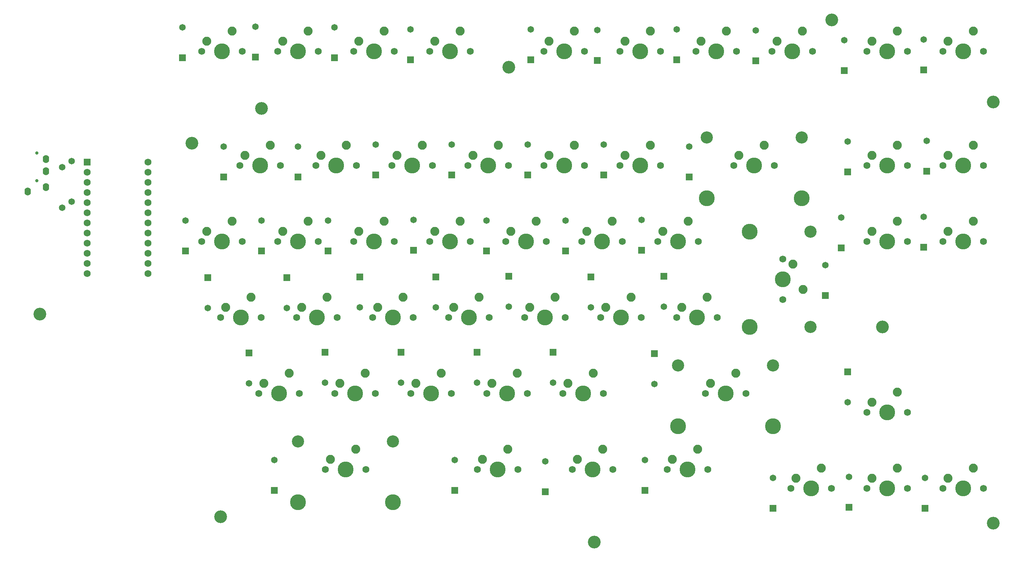
<source format=gbr>
%TF.GenerationSoftware,KiCad,Pcbnew,(5.1.9)-1*%
%TF.CreationDate,2021-04-06T00:29:57+03:00*%
%TF.ProjectId,SplitHside2,53706c69-7448-4736-9964-65322e6b6963,rev?*%
%TF.SameCoordinates,Original*%
%TF.FileFunction,Soldermask,Bot*%
%TF.FilePolarity,Negative*%
%FSLAX46Y46*%
G04 Gerber Fmt 4.6, Leading zero omitted, Abs format (unit mm)*
G04 Created by KiCad (PCBNEW (5.1.9)-1) date 2021-04-06 00:29:57*
%MOMM*%
%LPD*%
G01*
G04 APERTURE LIST*
%ADD10C,2.250000*%
%ADD11C,3.987800*%
%ADD12C,1.750000*%
%ADD13C,1.651000*%
%ADD14C,3.048000*%
%ADD15R,1.651000X1.651000*%
%ADD16C,3.200000*%
%ADD17C,1.752600*%
%ADD18R,1.752600X1.752600*%
%ADD19O,1.600000X2.000000*%
%ADD20C,0.800000*%
G04 APERTURE END LIST*
D10*
%TO.C,SW57*%
X244231800Y-137792000D03*
D11*
X241691800Y-142872000D03*
D10*
X237881800Y-140332000D03*
D12*
X236611800Y-142872000D03*
X246771800Y-142872000D03*
%TD*%
D10*
%TO.C,SW46*%
X244231800Y-28257500D03*
D11*
X241691800Y-33337500D03*
D10*
X237881800Y-30797500D03*
D12*
X236611800Y-33337500D03*
X246771800Y-33337500D03*
%TD*%
D10*
%TO.C,SW35*%
X225187810Y-118745520D03*
D11*
X222647810Y-123825520D03*
D10*
X218837810Y-121285520D03*
D12*
X217567810Y-123825520D03*
X227727810Y-123825520D03*
%TD*%
D13*
%TO.C,R2*%
X18256250Y-70961250D03*
X18256250Y-60801250D03*
%TD*%
%TO.C,R1*%
X15875000Y-72548750D03*
X15875000Y-62388750D03*
%TD*%
D10*
%TO.C,SW14*%
X101362290Y-94932920D03*
D11*
X98822290Y-100012920D03*
D10*
X95012290Y-97472920D03*
D12*
X93742290Y-100012920D03*
X103902290Y-100012920D03*
%TD*%
D10*
%TO.C,SW13*%
X96599770Y-75882840D03*
D11*
X94059770Y-80962840D03*
D10*
X90249770Y-78422840D03*
D12*
X88979770Y-80962840D03*
X99139770Y-80962840D03*
%TD*%
D10*
%TO.C,SW54*%
X175181350Y-133033080D03*
D11*
X172641350Y-138113080D03*
D10*
X168831350Y-135573080D03*
D12*
X167561350Y-138113080D03*
X177721350Y-138113080D03*
%TD*%
%TO.C,SW55*%
X208677730Y-142875600D03*
X198517730Y-142875600D03*
D10*
X199787730Y-140335600D03*
D11*
X203597730Y-142875600D03*
D10*
X206137730Y-137795600D03*
%TD*%
%TO.C,SW56*%
X225187810Y-137795600D03*
D11*
X222647810Y-142875600D03*
D10*
X218837810Y-140335600D03*
D12*
X217567810Y-142875600D03*
X227727810Y-142875600D03*
%TD*%
D10*
%TO.C,SW51*%
X89455990Y-133033080D03*
D11*
X86915990Y-138113080D03*
D10*
X83105990Y-135573080D03*
D12*
X81835990Y-138113080D03*
X91995990Y-138113080D03*
D14*
X75009740Y-131128080D03*
X98822240Y-131128080D03*
D11*
X75009740Y-146368080D03*
X98822240Y-146368080D03*
%TD*%
D15*
%TO.C,D51*%
X69056540Y-143351820D03*
D13*
X69056540Y-135731820D03*
%TD*%
D16*
%TO.C,REF\u002A\u002A*%
X249237500Y-151606250D03*
%TD*%
%TO.C,REF\u002A\u002A*%
X149225000Y-156368750D03*
%TD*%
%TO.C,REF\u002A\u002A*%
X55562500Y-150018750D03*
%TD*%
%TO.C,REF\u002A\u002A*%
X10318750Y-99218750D03*
%TD*%
%TO.C,REF\u002A\u002A*%
X48418750Y-56356250D03*
%TD*%
%TO.C,REF\u002A\u002A*%
X65881250Y-47625000D03*
%TD*%
%TO.C,REF\u002A\u002A*%
X208756250Y-25400000D03*
%TD*%
%TO.C,REF\u002A\u002A*%
X127793750Y-37306250D03*
%TD*%
%TO.C,REF\u002A\u002A*%
X249237500Y-46037500D03*
%TD*%
%TO.C,REF\u002A\u002A*%
X221456250Y-102393750D03*
%TD*%
D17*
%TO.C,J1*%
X37385750Y-61039690D03*
X22145750Y-88979690D03*
X37385750Y-63579690D03*
X37385750Y-66119690D03*
X37385750Y-68659690D03*
X37385750Y-71199690D03*
X37385750Y-73739690D03*
X37385750Y-76279690D03*
X37385750Y-78819690D03*
X37385750Y-81359690D03*
X37385750Y-83899690D03*
X37385750Y-86439690D03*
X37385750Y-88979690D03*
X22145750Y-86439690D03*
X22145750Y-83899690D03*
X22145750Y-81359690D03*
X22145750Y-78819690D03*
X22145750Y-76279690D03*
X22145750Y-73739690D03*
X22145750Y-71199690D03*
X22145750Y-68659690D03*
X22145750Y-66119690D03*
X22145750Y-63579690D03*
D18*
X22145750Y-61039690D03*
%TD*%
D10*
%TO.C,SW8*%
X77549690Y-75882840D03*
D11*
X75009690Y-80962840D03*
D10*
X71199690Y-78422840D03*
D12*
X69929690Y-80962840D03*
X80089690Y-80962840D03*
%TD*%
D10*
%TO.C,SW10*%
X91837250Y-113983000D03*
D11*
X89297250Y-119063000D03*
D10*
X85487250Y-116523000D03*
D12*
X84217250Y-119063000D03*
X94377250Y-119063000D03*
%TD*%
D10*
%TO.C,SW3*%
X58499610Y-75882840D03*
D11*
X55959610Y-80962840D03*
D10*
X52149610Y-78422840D03*
D12*
X50879610Y-80962840D03*
X61039610Y-80962840D03*
%TD*%
D10*
%TO.C,SW4*%
X63262130Y-94932920D03*
D11*
X60722130Y-100012920D03*
D10*
X56912130Y-97472920D03*
D12*
X55642130Y-100012920D03*
X65802130Y-100012920D03*
%TD*%
D10*
%TO.C,SW53*%
X151368750Y-133033080D03*
D11*
X148828750Y-138113080D03*
D10*
X145018750Y-135573080D03*
D12*
X143748750Y-138113080D03*
X153908750Y-138113080D03*
%TD*%
D10*
%TO.C,SW52*%
X127556150Y-133033080D03*
D11*
X125016150Y-138113080D03*
D10*
X121206150Y-135573080D03*
D12*
X119936150Y-138113080D03*
X130096150Y-138113080D03*
%TD*%
D11*
%TO.C,SW37*%
X188198950Y-78549880D03*
X188198950Y-102425880D03*
D14*
X203438950Y-78549880D03*
X203438950Y-102425880D03*
D12*
X196453950Y-95567880D03*
X196453950Y-85407880D03*
D10*
X198993950Y-86677880D03*
D11*
X196453950Y-90487880D03*
D10*
X201533950Y-93027880D03*
%TD*%
%TO.C,SW32*%
X191850170Y-56832760D03*
D11*
X189310170Y-61912760D03*
D10*
X185500170Y-59372760D03*
D12*
X184230170Y-61912760D03*
X194390170Y-61912760D03*
D14*
X177403920Y-54927760D03*
X201216420Y-54927760D03*
D11*
X177403920Y-70167760D03*
X201216420Y-70167760D03*
%TD*%
D10*
%TO.C,SW30*%
X184706390Y-113983000D03*
D11*
X182166390Y-119063000D03*
D10*
X178356390Y-116523000D03*
D12*
X177086390Y-119063000D03*
X187246390Y-119063000D03*
D14*
X170260140Y-112078000D03*
X194072640Y-112078000D03*
D11*
X170260140Y-127318000D03*
X194072640Y-127318000D03*
%TD*%
D10*
%TO.C,SW42*%
X225187810Y-56832760D03*
D11*
X222647810Y-61912760D03*
D10*
X218837810Y-59372760D03*
D12*
X217567810Y-61912760D03*
X227727810Y-61912760D03*
%TD*%
D10*
%TO.C,SW41*%
X225187810Y-28257640D03*
D11*
X222647810Y-33337640D03*
D10*
X218837810Y-30797640D03*
D12*
X217567810Y-33337640D03*
X227727810Y-33337640D03*
%TD*%
D10*
%TO.C,SW38*%
X225187810Y-75882840D03*
D11*
X222647810Y-80962840D03*
D10*
X218837810Y-78422840D03*
D12*
X217567810Y-80962840D03*
X227727810Y-80962840D03*
%TD*%
D10*
%TO.C,SW33*%
X172800090Y-75882840D03*
D11*
X170260090Y-80962840D03*
D10*
X166450090Y-78422840D03*
D12*
X165180090Y-80962840D03*
X175340090Y-80962840D03*
%TD*%
D10*
%TO.C,SW27*%
X163275050Y-56832760D03*
D11*
X160735050Y-61912760D03*
D10*
X156925050Y-59372760D03*
D12*
X155655050Y-61912760D03*
X165815050Y-61912760D03*
%TD*%
D10*
%TO.C,SW12*%
X106124810Y-56832760D03*
D11*
X103584810Y-61912760D03*
D10*
X99774810Y-59372760D03*
D12*
X98504810Y-61912760D03*
X108664810Y-61912760D03*
%TD*%
D10*
%TO.C,SW6*%
X77549690Y-28257640D03*
D11*
X75009690Y-33337640D03*
D10*
X71199690Y-30797640D03*
D12*
X69929690Y-33337640D03*
X80089690Y-33337640D03*
%TD*%
D15*
%TO.C,D6*%
X64293750Y-34766250D03*
D13*
X64293750Y-27146250D03*
%TD*%
D10*
%TO.C,SW47*%
X244237890Y-56832760D03*
D11*
X241697890Y-61912760D03*
D10*
X237887890Y-59372760D03*
D12*
X236617890Y-61912760D03*
X246777890Y-61912760D03*
%TD*%
D10*
%TO.C,SW43*%
X244237890Y-75882840D03*
D11*
X241697890Y-80962840D03*
D10*
X237887890Y-78422840D03*
D12*
X236617890Y-80962840D03*
X246777890Y-80962840D03*
%TD*%
D10*
%TO.C,SW36*%
X201375210Y-28257640D03*
D11*
X198835210Y-33337640D03*
D10*
X195025210Y-30797640D03*
D12*
X193755210Y-33337640D03*
X203915210Y-33337640D03*
%TD*%
D10*
%TO.C,SW34*%
X177562610Y-94932920D03*
D11*
X175022610Y-100012920D03*
D10*
X171212610Y-97472920D03*
D12*
X169942610Y-100012920D03*
X180102610Y-100012920D03*
%TD*%
D10*
%TO.C,SW31*%
X182325130Y-28257640D03*
D11*
X179785130Y-33337640D03*
D10*
X175975130Y-30797640D03*
D12*
X174705130Y-33337640D03*
X184865130Y-33337640D03*
%TD*%
D10*
%TO.C,SW29*%
X158512530Y-94932920D03*
D11*
X155972530Y-100012920D03*
D10*
X152162530Y-97472920D03*
D12*
X150892530Y-100012920D03*
X161052530Y-100012920D03*
%TD*%
D10*
%TO.C,SW28*%
X153750010Y-75882840D03*
D11*
X151210010Y-80962840D03*
D10*
X147400010Y-78422840D03*
D12*
X146130010Y-80962840D03*
X156290010Y-80962840D03*
%TD*%
D10*
%TO.C,SW26*%
X163275050Y-28257640D03*
D11*
X160735050Y-33337640D03*
D10*
X156925050Y-30797640D03*
D12*
X155655050Y-33337640D03*
X165815050Y-33337640D03*
%TD*%
D10*
%TO.C,SW25*%
X148987490Y-113983000D03*
D11*
X146447490Y-119063000D03*
D10*
X142637490Y-116523000D03*
D12*
X141367490Y-119063000D03*
X151527490Y-119063000D03*
%TD*%
D10*
%TO.C,SW24*%
X139462450Y-94932920D03*
D11*
X136922450Y-100012920D03*
D10*
X133112450Y-97472920D03*
D12*
X131842450Y-100012920D03*
X142002450Y-100012920D03*
%TD*%
D10*
%TO.C,SW23*%
X134699930Y-75882840D03*
D11*
X132159930Y-80962840D03*
D10*
X128349930Y-78422840D03*
D12*
X127079930Y-80962840D03*
X137239930Y-80962840D03*
%TD*%
D10*
%TO.C,SW22*%
X144224970Y-56832760D03*
D11*
X141684970Y-61912760D03*
D10*
X137874970Y-59372760D03*
D12*
X136604970Y-61912760D03*
X146764970Y-61912760D03*
%TD*%
D10*
%TO.C,SW21*%
X144224970Y-28257640D03*
D11*
X141684970Y-33337640D03*
D10*
X137874970Y-30797640D03*
D12*
X136604970Y-33337640D03*
X146764970Y-33337640D03*
%TD*%
D10*
%TO.C,SW20*%
X129937410Y-113983000D03*
D11*
X127397410Y-119063000D03*
D10*
X123587410Y-116523000D03*
D12*
X122317410Y-119063000D03*
X132477410Y-119063000D03*
%TD*%
D10*
%TO.C,SW19*%
X120412370Y-94932920D03*
D11*
X117872370Y-100012920D03*
D10*
X114062370Y-97472920D03*
D12*
X112792370Y-100012920D03*
X122952370Y-100012920D03*
%TD*%
D10*
%TO.C,SW18*%
X115649850Y-75882840D03*
D11*
X113109850Y-80962840D03*
D10*
X109299850Y-78422840D03*
D12*
X108029850Y-80962840D03*
X118189850Y-80962840D03*
%TD*%
D10*
%TO.C,SW17*%
X125174890Y-56832760D03*
D11*
X122634890Y-61912760D03*
D10*
X118824890Y-59372760D03*
D12*
X117554890Y-61912760D03*
X127714890Y-61912760D03*
%TD*%
D10*
%TO.C,SW16*%
X115649850Y-28257640D03*
D11*
X113109850Y-33337640D03*
D10*
X109299850Y-30797640D03*
D12*
X108029850Y-33337640D03*
X118189850Y-33337640D03*
%TD*%
D10*
%TO.C,SW15*%
X110887330Y-113983000D03*
D11*
X108347330Y-119063000D03*
D10*
X104537330Y-116523000D03*
D12*
X103267330Y-119063000D03*
X113427330Y-119063000D03*
%TD*%
D10*
%TO.C,SW11*%
X96599770Y-28257640D03*
D11*
X94059770Y-33337640D03*
D10*
X90249770Y-30797640D03*
D12*
X88979770Y-33337640D03*
X99139770Y-33337640D03*
%TD*%
D10*
%TO.C,SW9*%
X82312210Y-94932920D03*
D11*
X79772210Y-100012920D03*
D10*
X75962210Y-97472920D03*
D12*
X74692210Y-100012920D03*
X84852210Y-100012920D03*
%TD*%
D10*
%TO.C,SW7*%
X87074730Y-56832500D03*
D11*
X84534730Y-61912500D03*
D10*
X80724730Y-59372500D03*
D12*
X79454730Y-61912500D03*
X89614730Y-61912500D03*
%TD*%
D10*
%TO.C,SW5*%
X72787170Y-113983000D03*
D11*
X70247170Y-119063000D03*
D10*
X66437170Y-116523000D03*
D12*
X65167170Y-119063000D03*
X75327170Y-119063000D03*
%TD*%
D10*
%TO.C,SW2*%
X68024650Y-56832760D03*
D11*
X65484650Y-61912760D03*
D10*
X61674650Y-59372760D03*
D12*
X60404650Y-61912760D03*
X70564650Y-61912760D03*
%TD*%
D10*
%TO.C,SW1*%
X58499610Y-28257640D03*
D11*
X55959610Y-33337640D03*
D10*
X52149610Y-30797640D03*
D12*
X50879610Y-33337640D03*
X61039610Y-33337640D03*
%TD*%
D15*
%TO.C,D47*%
X232568750Y-63341250D03*
D13*
X232568750Y-55721250D03*
%TD*%
D15*
%TO.C,D46*%
X231775000Y-37941250D03*
D13*
X231775000Y-30321250D03*
%TD*%
D15*
%TO.C,D43*%
X231775000Y-82391250D03*
D13*
X231775000Y-74771250D03*
%TD*%
D15*
%TO.C,D42*%
X212725000Y-63500000D03*
D13*
X212725000Y-55880000D03*
%TD*%
D15*
%TO.C,D41*%
X211931250Y-38100000D03*
D13*
X211931250Y-30480000D03*
%TD*%
D15*
%TO.C,D38*%
X211137500Y-82550000D03*
D13*
X211137500Y-74930000D03*
%TD*%
D15*
%TO.C,D37*%
X207169620Y-94535990D03*
D13*
X207169620Y-86915990D03*
%TD*%
D15*
%TO.C,D36*%
X189706250Y-35718750D03*
D13*
X189706250Y-28098750D03*
%TD*%
D15*
%TO.C,D35*%
X212725000Y-113665000D03*
D13*
X212725000Y-121285000D03*
%TD*%
D15*
%TO.C,D34*%
X166687500Y-89693750D03*
D13*
X166687500Y-97313750D03*
%TD*%
D15*
%TO.C,D33*%
X161131250Y-83185000D03*
D13*
X161131250Y-75565000D03*
%TD*%
D15*
%TO.C,D32*%
X173037500Y-64770240D03*
D13*
X173037500Y-57150240D03*
%TD*%
D15*
%TO.C,D31*%
X169862500Y-35401250D03*
D13*
X169862500Y-27781250D03*
%TD*%
D15*
%TO.C,D30*%
X164306250Y-109061250D03*
D13*
X164306250Y-116681250D03*
%TD*%
D15*
%TO.C,D29*%
X148431250Y-89852500D03*
D13*
X148431250Y-97472500D03*
%TD*%
D15*
%TO.C,D28*%
X142081250Y-83343750D03*
D13*
X142081250Y-75723750D03*
%TD*%
D15*
%TO.C,D27*%
X151606250Y-64293750D03*
D13*
X151606250Y-56673750D03*
%TD*%
D15*
%TO.C,D26*%
X150018750Y-35560000D03*
D13*
X150018750Y-27940000D03*
%TD*%
D15*
%TO.C,D25*%
X138906250Y-108743750D03*
D13*
X138906250Y-116363750D03*
%TD*%
D15*
%TO.C,D24*%
X127793750Y-89693750D03*
D13*
X127793750Y-97313750D03*
%TD*%
D15*
%TO.C,D23*%
X122237500Y-83343750D03*
D13*
X122237500Y-75723750D03*
%TD*%
D15*
%TO.C,D22*%
X132556250Y-64293750D03*
D13*
X132556250Y-56673750D03*
%TD*%
D15*
%TO.C,D21*%
X133350000Y-35401250D03*
D13*
X133350000Y-27781250D03*
%TD*%
D15*
%TO.C,D20*%
X119856250Y-108743750D03*
D13*
X119856250Y-116363750D03*
%TD*%
D15*
%TO.C,D19*%
X109537500Y-89852500D03*
D13*
X109537500Y-97472500D03*
%TD*%
D15*
%TO.C,D18*%
X103981250Y-83185000D03*
D13*
X103981250Y-75565000D03*
%TD*%
D15*
%TO.C,D17*%
X113506250Y-64293750D03*
D13*
X113506250Y-56673750D03*
%TD*%
D15*
%TO.C,D16*%
X103187500Y-35401250D03*
D13*
X103187500Y-27781250D03*
%TD*%
D15*
%TO.C,D15*%
X100806250Y-108743750D03*
D13*
X100806250Y-116363750D03*
%TD*%
D15*
%TO.C,D14*%
X90487500Y-89852500D03*
D13*
X90487500Y-97472500D03*
%TD*%
D15*
%TO.C,D13*%
X82550000Y-83343750D03*
D13*
X82550000Y-75723750D03*
%TD*%
D15*
%TO.C,D12*%
X94456250Y-64293750D03*
D13*
X94456250Y-56673750D03*
%TD*%
D15*
%TO.C,D11*%
X84137500Y-34925000D03*
D13*
X84137500Y-27305000D03*
%TD*%
D15*
%TO.C,D10*%
X81756250Y-108743750D03*
D13*
X81756250Y-116363750D03*
%TD*%
D15*
%TO.C,D9*%
X72231250Y-90011250D03*
D13*
X72231250Y-97631250D03*
%TD*%
D15*
%TO.C,D8*%
X65881250Y-83343750D03*
D13*
X65881250Y-75723750D03*
%TD*%
D15*
%TO.C,D7*%
X75009690Y-64770240D03*
D13*
X75009690Y-57150240D03*
%TD*%
D15*
%TO.C,D5*%
X62706250Y-108902500D03*
D13*
X62706250Y-116522500D03*
%TD*%
D15*
%TO.C,D4*%
X52387500Y-90011250D03*
D13*
X52387500Y-97631250D03*
%TD*%
D15*
%TO.C,D3*%
X46831250Y-83343750D03*
D13*
X46831250Y-75723750D03*
%TD*%
D15*
%TO.C,D2*%
X56356250Y-64770000D03*
D13*
X56356250Y-57150000D03*
%TD*%
D15*
%TO.C,D1*%
X46037500Y-34925000D03*
D13*
X46037500Y-27305000D03*
%TD*%
D19*
%TO.C,J2*%
X11825040Y-63350240D03*
D20*
X9525040Y-58750240D03*
X9525040Y-65750240D03*
D19*
X11825040Y-60350240D03*
X11825040Y-67350240D03*
X7225040Y-68450240D03*
%TD*%
D13*
%TO.C,D52*%
X114300480Y-135731820D03*
D15*
X114300480Y-143351820D03*
%TD*%
%TO.C,D53*%
X136949899Y-143731650D03*
D13*
X136949899Y-136111650D03*
%TD*%
%TO.C,D54*%
X161925680Y-135731820D03*
D15*
X161925680Y-143351820D03*
%TD*%
D13*
%TO.C,D55*%
X194072690Y-140256230D03*
D15*
X194072690Y-147876230D03*
%TD*%
%TO.C,D56*%
X213122770Y-147638120D03*
D13*
X213122770Y-140018120D03*
%TD*%
%TO.C,D57*%
X232172850Y-140256230D03*
D15*
X232172850Y-147876230D03*
%TD*%
M02*

</source>
